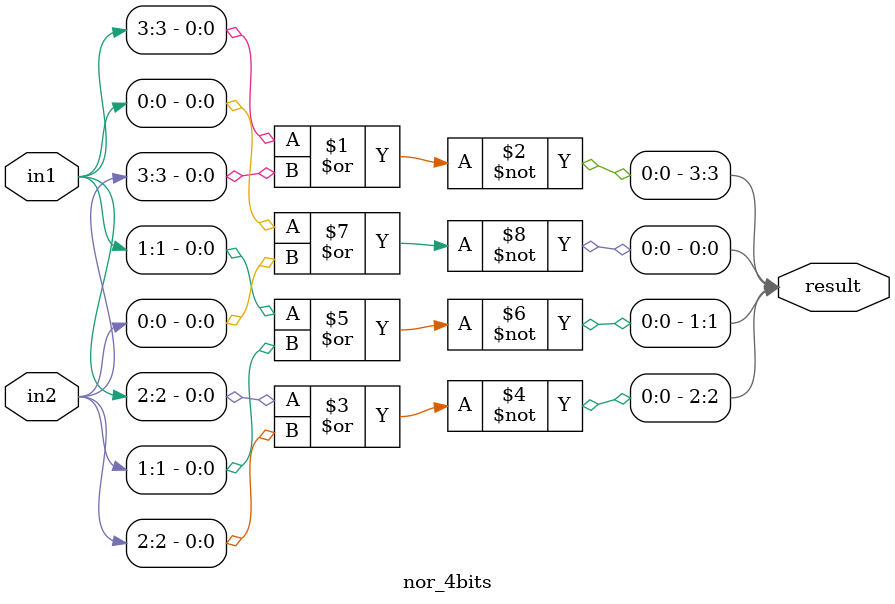
<source format=v>
module nor_4bits (output[3:0] result  ,input [3:0] in1,  input [3:0] in2);

	nor nor1 (result[3], in1[3], in2[3]);
	nor nor2 (result[2], in1[2], in2[2]);
	nor nor3 (result[1], in1[1], in2[1]);
	nor nor4 (result[0], in1[0], in2[0]);

endmodule
</source>
